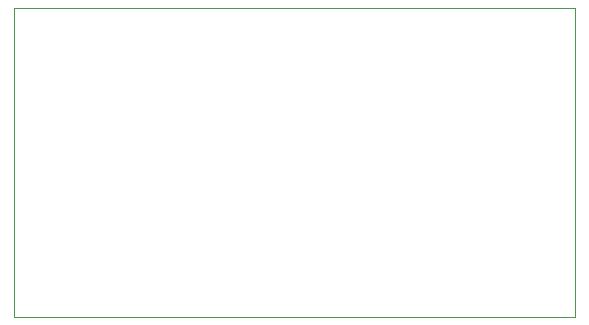
<source format=gbr>
%TF.GenerationSoftware,KiCad,Pcbnew,9.0.6*%
%TF.CreationDate,2025-12-16T12:18:39+05:30*%
%TF.ProjectId,Headphone Amplifier,48656164-7068-46f6-9e65-20416d706c69,rev?*%
%TF.SameCoordinates,Original*%
%TF.FileFunction,Profile,NP*%
%FSLAX46Y46*%
G04 Gerber Fmt 4.6, Leading zero omitted, Abs format (unit mm)*
G04 Created by KiCad (PCBNEW 9.0.6) date 2025-12-16 12:18:39*
%MOMM*%
%LPD*%
G01*
G04 APERTURE LIST*
%TA.AperFunction,Profile*%
%ADD10C,0.050000*%
%TD*%
G04 APERTURE END LIST*
D10*
X141986000Y-40132000D02*
X189484000Y-40132000D01*
X189484000Y-66294000D01*
X141986000Y-66294000D01*
X141986000Y-40132000D01*
M02*

</source>
